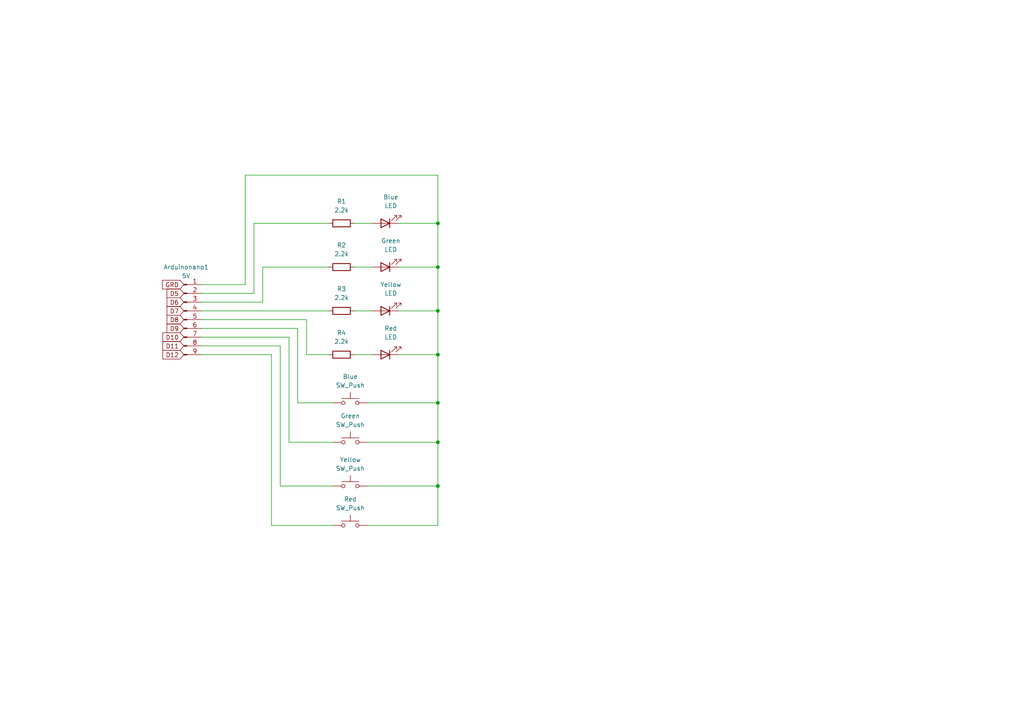
<source format=kicad_sch>
(kicad_sch (version 20211123) (generator eeschema)

  (uuid 845e560c-7f47-471b-9fb6-183ac6931478)

  (paper "A4")

  (lib_symbols
    (symbol "Connector:Conn_01x09_Male" (pin_names (offset 1.016) hide) (in_bom yes) (on_board yes)
      (property "Reference" "J" (id 0) (at 0 12.7 0)
        (effects (font (size 1.27 1.27)))
      )
      (property "Value" "Conn_01x09_Male" (id 1) (at 0 -12.7 0)
        (effects (font (size 1.27 1.27)))
      )
      (property "Footprint" "" (id 2) (at 0 0 0)
        (effects (font (size 1.27 1.27)) hide)
      )
      (property "Datasheet" "~" (id 3) (at 0 0 0)
        (effects (font (size 1.27 1.27)) hide)
      )
      (property "ki_keywords" "connector" (id 4) (at 0 0 0)
        (effects (font (size 1.27 1.27)) hide)
      )
      (property "ki_description" "Generic connector, single row, 01x09, script generated (kicad-library-utils/schlib/autogen/connector/)" (id 5) (at 0 0 0)
        (effects (font (size 1.27 1.27)) hide)
      )
      (property "ki_fp_filters" "Connector*:*_1x??_*" (id 6) (at 0 0 0)
        (effects (font (size 1.27 1.27)) hide)
      )
      (symbol "Conn_01x09_Male_1_1"
        (polyline
          (pts
            (xy 1.27 -10.16)
            (xy 0.8636 -10.16)
          )
          (stroke (width 0.1524) (type default) (color 0 0 0 0))
          (fill (type none))
        )
        (polyline
          (pts
            (xy 1.27 -7.62)
            (xy 0.8636 -7.62)
          )
          (stroke (width 0.1524) (type default) (color 0 0 0 0))
          (fill (type none))
        )
        (polyline
          (pts
            (xy 1.27 -5.08)
            (xy 0.8636 -5.08)
          )
          (stroke (width 0.1524) (type default) (color 0 0 0 0))
          (fill (type none))
        )
        (polyline
          (pts
            (xy 1.27 -2.54)
            (xy 0.8636 -2.54)
          )
          (stroke (width 0.1524) (type default) (color 0 0 0 0))
          (fill (type none))
        )
        (polyline
          (pts
            (xy 1.27 0)
            (xy 0.8636 0)
          )
          (stroke (width 0.1524) (type default) (color 0 0 0 0))
          (fill (type none))
        )
        (polyline
          (pts
            (xy 1.27 2.54)
            (xy 0.8636 2.54)
          )
          (stroke (width 0.1524) (type default) (color 0 0 0 0))
          (fill (type none))
        )
        (polyline
          (pts
            (xy 1.27 5.08)
            (xy 0.8636 5.08)
          )
          (stroke (width 0.1524) (type default) (color 0 0 0 0))
          (fill (type none))
        )
        (polyline
          (pts
            (xy 1.27 7.62)
            (xy 0.8636 7.62)
          )
          (stroke (width 0.1524) (type default) (color 0 0 0 0))
          (fill (type none))
        )
        (polyline
          (pts
            (xy 1.27 10.16)
            (xy 0.8636 10.16)
          )
          (stroke (width 0.1524) (type default) (color 0 0 0 0))
          (fill (type none))
        )
        (rectangle (start 0.8636 -10.033) (end 0 -10.287)
          (stroke (width 0.1524) (type default) (color 0 0 0 0))
          (fill (type outline))
        )
        (rectangle (start 0.8636 -7.493) (end 0 -7.747)
          (stroke (width 0.1524) (type default) (color 0 0 0 0))
          (fill (type outline))
        )
        (rectangle (start 0.8636 -4.953) (end 0 -5.207)
          (stroke (width 0.1524) (type default) (color 0 0 0 0))
          (fill (type outline))
        )
        (rectangle (start 0.8636 -2.413) (end 0 -2.667)
          (stroke (width 0.1524) (type default) (color 0 0 0 0))
          (fill (type outline))
        )
        (rectangle (start 0.8636 0.127) (end 0 -0.127)
          (stroke (width 0.1524) (type default) (color 0 0 0 0))
          (fill (type outline))
        )
        (rectangle (start 0.8636 2.667) (end 0 2.413)
          (stroke (width 0.1524) (type default) (color 0 0 0 0))
          (fill (type outline))
        )
        (rectangle (start 0.8636 5.207) (end 0 4.953)
          (stroke (width 0.1524) (type default) (color 0 0 0 0))
          (fill (type outline))
        )
        (rectangle (start 0.8636 7.747) (end 0 7.493)
          (stroke (width 0.1524) (type default) (color 0 0 0 0))
          (fill (type outline))
        )
        (rectangle (start 0.8636 10.287) (end 0 10.033)
          (stroke (width 0.1524) (type default) (color 0 0 0 0))
          (fill (type outline))
        )
        (pin passive line (at 5.08 10.16 180) (length 3.81)
          (name "Pin_1" (effects (font (size 1.27 1.27))))
          (number "1" (effects (font (size 1.27 1.27))))
        )
        (pin passive line (at 5.08 7.62 180) (length 3.81)
          (name "Pin_2" (effects (font (size 1.27 1.27))))
          (number "2" (effects (font (size 1.27 1.27))))
        )
        (pin passive line (at 5.08 5.08 180) (length 3.81)
          (name "Pin_3" (effects (font (size 1.27 1.27))))
          (number "3" (effects (font (size 1.27 1.27))))
        )
        (pin passive line (at 5.08 2.54 180) (length 3.81)
          (name "Pin_4" (effects (font (size 1.27 1.27))))
          (number "4" (effects (font (size 1.27 1.27))))
        )
        (pin passive line (at 5.08 0 180) (length 3.81)
          (name "Pin_5" (effects (font (size 1.27 1.27))))
          (number "5" (effects (font (size 1.27 1.27))))
        )
        (pin passive line (at 5.08 -2.54 180) (length 3.81)
          (name "Pin_6" (effects (font (size 1.27 1.27))))
          (number "6" (effects (font (size 1.27 1.27))))
        )
        (pin passive line (at 5.08 -5.08 180) (length 3.81)
          (name "Pin_7" (effects (font (size 1.27 1.27))))
          (number "7" (effects (font (size 1.27 1.27))))
        )
        (pin passive line (at 5.08 -7.62 180) (length 3.81)
          (name "Pin_8" (effects (font (size 1.27 1.27))))
          (number "8" (effects (font (size 1.27 1.27))))
        )
        (pin passive line (at 5.08 -10.16 180) (length 3.81)
          (name "Pin_9" (effects (font (size 1.27 1.27))))
          (number "9" (effects (font (size 1.27 1.27))))
        )
      )
    )
    (symbol "Device:LED" (pin_numbers hide) (pin_names (offset 1.016) hide) (in_bom yes) (on_board yes)
      (property "Reference" "D" (id 0) (at 0 2.54 0)
        (effects (font (size 1.27 1.27)))
      )
      (property "Value" "LED" (id 1) (at 0 -2.54 0)
        (effects (font (size 1.27 1.27)))
      )
      (property "Footprint" "" (id 2) (at 0 0 0)
        (effects (font (size 1.27 1.27)) hide)
      )
      (property "Datasheet" "~" (id 3) (at 0 0 0)
        (effects (font (size 1.27 1.27)) hide)
      )
      (property "ki_keywords" "LED diode" (id 4) (at 0 0 0)
        (effects (font (size 1.27 1.27)) hide)
      )
      (property "ki_description" "Light emitting diode" (id 5) (at 0 0 0)
        (effects (font (size 1.27 1.27)) hide)
      )
      (property "ki_fp_filters" "LED* LED_SMD:* LED_THT:*" (id 6) (at 0 0 0)
        (effects (font (size 1.27 1.27)) hide)
      )
      (symbol "LED_0_1"
        (polyline
          (pts
            (xy -1.27 -1.27)
            (xy -1.27 1.27)
          )
          (stroke (width 0.254) (type default) (color 0 0 0 0))
          (fill (type none))
        )
        (polyline
          (pts
            (xy -1.27 0)
            (xy 1.27 0)
          )
          (stroke (width 0) (type default) (color 0 0 0 0))
          (fill (type none))
        )
        (polyline
          (pts
            (xy 1.27 -1.27)
            (xy 1.27 1.27)
            (xy -1.27 0)
            (xy 1.27 -1.27)
          )
          (stroke (width 0.254) (type default) (color 0 0 0 0))
          (fill (type none))
        )
        (polyline
          (pts
            (xy -3.048 -0.762)
            (xy -4.572 -2.286)
            (xy -3.81 -2.286)
            (xy -4.572 -2.286)
            (xy -4.572 -1.524)
          )
          (stroke (width 0) (type default) (color 0 0 0 0))
          (fill (type none))
        )
        (polyline
          (pts
            (xy -1.778 -0.762)
            (xy -3.302 -2.286)
            (xy -2.54 -2.286)
            (xy -3.302 -2.286)
            (xy -3.302 -1.524)
          )
          (stroke (width 0) (type default) (color 0 0 0 0))
          (fill (type none))
        )
      )
      (symbol "LED_1_1"
        (pin passive line (at -3.81 0 0) (length 2.54)
          (name "K" (effects (font (size 1.27 1.27))))
          (number "1" (effects (font (size 1.27 1.27))))
        )
        (pin passive line (at 3.81 0 180) (length 2.54)
          (name "A" (effects (font (size 1.27 1.27))))
          (number "2" (effects (font (size 1.27 1.27))))
        )
      )
    )
    (symbol "Device:R" (pin_numbers hide) (pin_names (offset 0)) (in_bom yes) (on_board yes)
      (property "Reference" "R" (id 0) (at 2.032 0 90)
        (effects (font (size 1.27 1.27)))
      )
      (property "Value" "R" (id 1) (at 0 0 90)
        (effects (font (size 1.27 1.27)))
      )
      (property "Footprint" "" (id 2) (at -1.778 0 90)
        (effects (font (size 1.27 1.27)) hide)
      )
      (property "Datasheet" "~" (id 3) (at 0 0 0)
        (effects (font (size 1.27 1.27)) hide)
      )
      (property "ki_keywords" "R res resistor" (id 4) (at 0 0 0)
        (effects (font (size 1.27 1.27)) hide)
      )
      (property "ki_description" "Resistor" (id 5) (at 0 0 0)
        (effects (font (size 1.27 1.27)) hide)
      )
      (property "ki_fp_filters" "R_*" (id 6) (at 0 0 0)
        (effects (font (size 1.27 1.27)) hide)
      )
      (symbol "R_0_1"
        (rectangle (start -1.016 -2.54) (end 1.016 2.54)
          (stroke (width 0.254) (type default) (color 0 0 0 0))
          (fill (type none))
        )
      )
      (symbol "R_1_1"
        (pin passive line (at 0 3.81 270) (length 1.27)
          (name "~" (effects (font (size 1.27 1.27))))
          (number "1" (effects (font (size 1.27 1.27))))
        )
        (pin passive line (at 0 -3.81 90) (length 1.27)
          (name "~" (effects (font (size 1.27 1.27))))
          (number "2" (effects (font (size 1.27 1.27))))
        )
      )
    )
    (symbol "Switch:SW_Push" (pin_numbers hide) (pin_names (offset 1.016) hide) (in_bom yes) (on_board yes)
      (property "Reference" "SW" (id 0) (at 1.27 2.54 0)
        (effects (font (size 1.27 1.27)) (justify left))
      )
      (property "Value" "SW_Push" (id 1) (at 0 -1.524 0)
        (effects (font (size 1.27 1.27)))
      )
      (property "Footprint" "" (id 2) (at 0 5.08 0)
        (effects (font (size 1.27 1.27)) hide)
      )
      (property "Datasheet" "~" (id 3) (at 0 5.08 0)
        (effects (font (size 1.27 1.27)) hide)
      )
      (property "ki_keywords" "switch normally-open pushbutton push-button" (id 4) (at 0 0 0)
        (effects (font (size 1.27 1.27)) hide)
      )
      (property "ki_description" "Push button switch, generic, two pins" (id 5) (at 0 0 0)
        (effects (font (size 1.27 1.27)) hide)
      )
      (symbol "SW_Push_0_1"
        (circle (center -2.032 0) (radius 0.508)
          (stroke (width 0) (type default) (color 0 0 0 0))
          (fill (type none))
        )
        (polyline
          (pts
            (xy 0 1.27)
            (xy 0 3.048)
          )
          (stroke (width 0) (type default) (color 0 0 0 0))
          (fill (type none))
        )
        (polyline
          (pts
            (xy 2.54 1.27)
            (xy -2.54 1.27)
          )
          (stroke (width 0) (type default) (color 0 0 0 0))
          (fill (type none))
        )
        (circle (center 2.032 0) (radius 0.508)
          (stroke (width 0) (type default) (color 0 0 0 0))
          (fill (type none))
        )
        (pin passive line (at -5.08 0 0) (length 2.54)
          (name "1" (effects (font (size 1.27 1.27))))
          (number "1" (effects (font (size 1.27 1.27))))
        )
        (pin passive line (at 5.08 0 180) (length 2.54)
          (name "2" (effects (font (size 1.27 1.27))))
          (number "2" (effects (font (size 1.27 1.27))))
        )
      )
    )
  )

  (junction (at 127 140.97) (diameter 0) (color 0 0 0 0)
    (uuid 183cd685-c31e-4f16-8b63-23ca907186e9)
  )
  (junction (at 127 64.77) (diameter 0) (color 0 0 0 0)
    (uuid 1ab7c7ce-f8e4-4418-8607-6397fe47f36b)
  )
  (junction (at 127 90.17) (diameter 0) (color 0 0 0 0)
    (uuid 5d5acffd-bfd1-42d1-879e-5cc5fa1b3d64)
  )
  (junction (at 127 102.87) (diameter 0) (color 0 0 0 0)
    (uuid 89de4896-8b10-4246-bfdc-ceaeb1fe6100)
  )
  (junction (at 127 77.47) (diameter 0) (color 0 0 0 0)
    (uuid c99067d9-5769-4ff6-b8b8-2e7470984f6c)
  )
  (junction (at 127 128.27) (diameter 0) (color 0 0 0 0)
    (uuid cc5bb565-42f8-4e40-adc3-30757e21d8cd)
  )
  (junction (at 127 116.84) (diameter 0) (color 0 0 0 0)
    (uuid d6cc2159-7c49-4e30-8e6c-7747f3900643)
  )

  (wire (pts (xy 106.68 116.84) (xy 127 116.84))
    (stroke (width 0) (type default) (color 0 0 0 0))
    (uuid 01fd6af6-72d5-4479-9ec9-b03649e77256)
  )
  (wire (pts (xy 127 64.77) (xy 127 77.47))
    (stroke (width 0) (type default) (color 0 0 0 0))
    (uuid 0225a25c-3b44-4819-a4ef-9cea0c2b6d74)
  )
  (wire (pts (xy 58.42 90.17) (xy 95.25 90.17))
    (stroke (width 0) (type default) (color 0 0 0 0))
    (uuid 05e3d44a-859b-4ef3-a0e7-83dce928a12c)
  )
  (wire (pts (xy 106.68 128.27) (xy 127 128.27))
    (stroke (width 0) (type default) (color 0 0 0 0))
    (uuid 0f4639e7-48f3-4f97-a604-cab9efc948d9)
  )
  (wire (pts (xy 102.87 77.47) (xy 107.95 77.47))
    (stroke (width 0) (type default) (color 0 0 0 0))
    (uuid 1191803e-b129-4301-8e4c-e3416b8fc6c8)
  )
  (wire (pts (xy 58.42 102.87) (xy 78.74 102.87))
    (stroke (width 0) (type default) (color 0 0 0 0))
    (uuid 18b36d34-e045-495b-90df-371298209725)
  )
  (wire (pts (xy 83.82 128.27) (xy 96.52 128.27))
    (stroke (width 0) (type default) (color 0 0 0 0))
    (uuid 1d6f6e70-c96e-4f91-8851-a5e55de35d90)
  )
  (wire (pts (xy 102.87 90.17) (xy 107.95 90.17))
    (stroke (width 0) (type default) (color 0 0 0 0))
    (uuid 1d845de1-1848-49d8-a299-dcfad8e0b29f)
  )
  (wire (pts (xy 78.74 152.4) (xy 96.52 152.4))
    (stroke (width 0) (type default) (color 0 0 0 0))
    (uuid 215363b3-dd9b-4bb3-9791-dbfcaac8e37d)
  )
  (wire (pts (xy 102.87 102.87) (xy 107.95 102.87))
    (stroke (width 0) (type default) (color 0 0 0 0))
    (uuid 219c6d82-622c-4887-b258-8a1abe44bdfe)
  )
  (wire (pts (xy 76.2 87.63) (xy 76.2 77.47))
    (stroke (width 0) (type default) (color 0 0 0 0))
    (uuid 258a0f36-3b4f-4818-bf99-71177abb5f17)
  )
  (wire (pts (xy 115.57 64.77) (xy 127 64.77))
    (stroke (width 0) (type default) (color 0 0 0 0))
    (uuid 2be93f3b-c288-4b39-aaf1-37ccf2d4a6ea)
  )
  (wire (pts (xy 76.2 77.47) (xy 95.25 77.47))
    (stroke (width 0) (type default) (color 0 0 0 0))
    (uuid 2c9f6f98-3145-4218-8618-55e620d79371)
  )
  (wire (pts (xy 115.57 102.87) (xy 127 102.87))
    (stroke (width 0) (type default) (color 0 0 0 0))
    (uuid 34bef736-3335-4c18-9069-89fe3c4d711f)
  )
  (wire (pts (xy 127 90.17) (xy 127 102.87))
    (stroke (width 0) (type default) (color 0 0 0 0))
    (uuid 3721919d-b9bf-4a0e-b47b-8d000f31500f)
  )
  (wire (pts (xy 115.57 77.47) (xy 127 77.47))
    (stroke (width 0) (type default) (color 0 0 0 0))
    (uuid 48ef0e13-87f4-4504-bd5a-038d0751a80c)
  )
  (wire (pts (xy 86.36 95.25) (xy 86.36 116.84))
    (stroke (width 0) (type default) (color 0 0 0 0))
    (uuid 53fcafbf-2141-468b-87e7-348ca14e9905)
  )
  (wire (pts (xy 88.9 102.87) (xy 95.25 102.87))
    (stroke (width 0) (type default) (color 0 0 0 0))
    (uuid 54711316-f238-4abc-8105-bbca9cdcd8bf)
  )
  (wire (pts (xy 71.12 82.55) (xy 58.42 82.55))
    (stroke (width 0) (type default) (color 0 0 0 0))
    (uuid 5e1b417d-d7f0-4d99-ab68-dae803fd7919)
  )
  (wire (pts (xy 115.57 90.17) (xy 127 90.17))
    (stroke (width 0) (type default) (color 0 0 0 0))
    (uuid 67274a22-1475-4a98-92a8-e7326cffe648)
  )
  (wire (pts (xy 58.42 85.09) (xy 73.66 85.09))
    (stroke (width 0) (type default) (color 0 0 0 0))
    (uuid 6928165a-254f-4f8c-b4c3-28cecf0c1a9f)
  )
  (wire (pts (xy 127 50.8) (xy 127 64.77))
    (stroke (width 0) (type default) (color 0 0 0 0))
    (uuid 6e2c1655-5231-4074-a8f2-abf18290751f)
  )
  (wire (pts (xy 127 116.84) (xy 127 128.27))
    (stroke (width 0) (type default) (color 0 0 0 0))
    (uuid 711eec9d-d209-4fd1-8de2-e5cba1d77d8f)
  )
  (wire (pts (xy 102.87 64.77) (xy 107.95 64.77))
    (stroke (width 0) (type default) (color 0 0 0 0))
    (uuid 77bc6a8f-aa8e-4c7f-9b4d-0989ea366081)
  )
  (wire (pts (xy 81.28 100.33) (xy 81.28 140.97))
    (stroke (width 0) (type default) (color 0 0 0 0))
    (uuid 833d9bc1-e081-4886-ae3a-7468c82ca963)
  )
  (wire (pts (xy 58.42 87.63) (xy 76.2 87.63))
    (stroke (width 0) (type default) (color 0 0 0 0))
    (uuid 83a7fcea-452c-4474-b14a-85e3f11fe8b0)
  )
  (wire (pts (xy 78.74 102.87) (xy 78.74 152.4))
    (stroke (width 0) (type default) (color 0 0 0 0))
    (uuid 84ce03cf-93ed-49e8-8b76-123de9b6f65c)
  )
  (wire (pts (xy 71.12 50.8) (xy 71.12 82.55))
    (stroke (width 0) (type default) (color 0 0 0 0))
    (uuid 8576ed18-ba5d-4b7a-a096-eb95bb1b30b0)
  )
  (wire (pts (xy 127 128.27) (xy 127 140.97))
    (stroke (width 0) (type default) (color 0 0 0 0))
    (uuid 91a77c15-8222-45e4-b792-8ef1bdf395c5)
  )
  (wire (pts (xy 106.68 140.97) (xy 127 140.97))
    (stroke (width 0) (type default) (color 0 0 0 0))
    (uuid 93f832ab-01f2-44e3-9764-4fe4846e41d4)
  )
  (wire (pts (xy 58.42 95.25) (xy 86.36 95.25))
    (stroke (width 0) (type default) (color 0 0 0 0))
    (uuid 9409fb5a-2a5d-4538-9271-c9815a4c2178)
  )
  (wire (pts (xy 127 140.97) (xy 127 152.4))
    (stroke (width 0) (type default) (color 0 0 0 0))
    (uuid 95d5e226-4203-4ce0-a2b7-f67e4b47b9f1)
  )
  (wire (pts (xy 127 152.4) (xy 106.68 152.4))
    (stroke (width 0) (type default) (color 0 0 0 0))
    (uuid a11d0ec1-5573-4221-a17f-2603c51d9195)
  )
  (wire (pts (xy 127 102.87) (xy 127 116.84))
    (stroke (width 0) (type default) (color 0 0 0 0))
    (uuid a371e341-0fdc-4927-85ce-9ac63e67c825)
  )
  (wire (pts (xy 127 77.47) (xy 127 90.17))
    (stroke (width 0) (type default) (color 0 0 0 0))
    (uuid ae7099d4-8800-462e-8713-c566425b7740)
  )
  (wire (pts (xy 83.82 97.79) (xy 83.82 128.27))
    (stroke (width 0) (type default) (color 0 0 0 0))
    (uuid b1b8874d-233b-4064-848e-afa42782d972)
  )
  (wire (pts (xy 71.12 50.8) (xy 127 50.8))
    (stroke (width 0) (type default) (color 0 0 0 0))
    (uuid b2239002-e75e-4eb0-87ee-f82a49b01908)
  )
  (wire (pts (xy 73.66 64.77) (xy 95.25 64.77))
    (stroke (width 0) (type default) (color 0 0 0 0))
    (uuid b6a8853c-f537-497a-ae09-9e052fbfc44d)
  )
  (wire (pts (xy 58.42 97.79) (xy 83.82 97.79))
    (stroke (width 0) (type default) (color 0 0 0 0))
    (uuid b8bbdaf6-928b-4d62-9098-6a89e96d9756)
  )
  (wire (pts (xy 58.42 92.71) (xy 88.9 92.71))
    (stroke (width 0) (type default) (color 0 0 0 0))
    (uuid ba3bc5e3-4533-478c-87a1-e4e647e4c5a1)
  )
  (wire (pts (xy 81.28 140.97) (xy 96.52 140.97))
    (stroke (width 0) (type default) (color 0 0 0 0))
    (uuid c8ac2363-8705-407e-b9e8-968cd3b99b82)
  )
  (wire (pts (xy 58.42 100.33) (xy 81.28 100.33))
    (stroke (width 0) (type default) (color 0 0 0 0))
    (uuid e5bc4051-773f-4647-9209-dd3e23f8fdc7)
  )
  (wire (pts (xy 86.36 116.84) (xy 96.52 116.84))
    (stroke (width 0) (type default) (color 0 0 0 0))
    (uuid f2d6cadf-2da6-4220-9896-9467a17d1bd6)
  )
  (wire (pts (xy 88.9 92.71) (xy 88.9 102.87))
    (stroke (width 0) (type default) (color 0 0 0 0))
    (uuid ff90c5ec-90cb-4372-b529-5e1d410415a7)
  )
  (wire (pts (xy 73.66 85.09) (xy 73.66 64.77))
    (stroke (width 0) (type default) (color 0 0 0 0))
    (uuid ffd4eeb6-cc6e-4d6a-9227-85908f8c5f34)
  )

  (global_label "D10" (shape input) (at 53.34 97.79 180) (fields_autoplaced)
    (effects (font (size 1.27 1.27)) (justify right))
    (uuid 1df5236a-c2f1-4876-b986-3c3763d8cc55)
    (property "Intersheet References" "${INTERSHEET_REFS}" (id 0) (at 47.2379 97.7106 0)
      (effects (font (size 1.27 1.27)) (justify right) hide)
    )
  )
  (global_label "GRD" (shape input) (at 53.34 82.55 180) (fields_autoplaced)
    (effects (font (size 1.27 1.27)) (justify right))
    (uuid 2fccde2f-0fd4-4c41-ad35-0523fc0e14b3)
    (property "Intersheet References" "${INTERSHEET_REFS}" (id 0) (at 47.1169 82.4706 0)
      (effects (font (size 1.27 1.27)) (justify right) hide)
    )
  )
  (global_label "D9" (shape input) (at 53.34 95.25 180) (fields_autoplaced)
    (effects (font (size 1.27 1.27)) (justify right))
    (uuid 4b349192-8a68-4a9c-892a-1bcf357f3cc4)
    (property "Intersheet References" "${INTERSHEET_REFS}" (id 0) (at 48.4474 95.1706 0)
      (effects (font (size 1.27 1.27)) (justify right) hide)
    )
  )
  (global_label "D8" (shape input) (at 53.34 92.71 180) (fields_autoplaced)
    (effects (font (size 1.27 1.27)) (justify right))
    (uuid b889bbc4-c71f-4039-a4bd-c251c411c0c6)
    (property "Intersheet References" "${INTERSHEET_REFS}" (id 0) (at 48.4474 92.6306 0)
      (effects (font (size 1.27 1.27)) (justify right) hide)
    )
  )
  (global_label "D11" (shape input) (at 53.34 100.33 180) (fields_autoplaced)
    (effects (font (size 1.27 1.27)) (justify right))
    (uuid cd73fad4-7fd3-4eaa-8a13-ae6a5d0bf782)
    (property "Intersheet References" "${INTERSHEET_REFS}" (id 0) (at 47.2379 100.2506 0)
      (effects (font (size 1.27 1.27)) (justify right) hide)
    )
  )
  (global_label "D7" (shape input) (at 53.34 90.17 180) (fields_autoplaced)
    (effects (font (size 1.27 1.27)) (justify right))
    (uuid e4d64499-cad2-462e-ab39-f9bf91660efc)
    (property "Intersheet References" "${INTERSHEET_REFS}" (id 0) (at 48.4474 90.0906 0)
      (effects (font (size 1.27 1.27)) (justify right) hide)
    )
  )
  (global_label "D6" (shape input) (at 53.34 87.63 180) (fields_autoplaced)
    (effects (font (size 1.27 1.27)) (justify right))
    (uuid ea9aa98f-26fb-40af-8d05-75dfa9f2930c)
    (property "Intersheet References" "${INTERSHEET_REFS}" (id 0) (at 48.4474 87.5506 0)
      (effects (font (size 1.27 1.27)) (justify right) hide)
    )
  )
  (global_label "D5" (shape input) (at 53.34 85.09 180) (fields_autoplaced)
    (effects (font (size 1.27 1.27)) (justify right))
    (uuid f365f1c0-bd27-42ee-822f-f393ddc0e8f0)
    (property "Intersheet References" "${INTERSHEET_REFS}" (id 0) (at 48.4474 85.0106 0)
      (effects (font (size 1.27 1.27)) (justify right) hide)
    )
  )
  (global_label "D12" (shape input) (at 53.34 102.87 180) (fields_autoplaced)
    (effects (font (size 1.27 1.27)) (justify right))
    (uuid f4ba8f52-d5b8-4638-a1ba-c14b6764db91)
    (property "Intersheet References" "${INTERSHEET_REFS}" (id 0) (at 47.2379 102.7906 0)
      (effects (font (size 1.27 1.27)) (justify right) hide)
    )
  )

  (symbol (lib_id "Device:LED") (at 111.76 64.77 180) (unit 1)
    (in_bom yes) (on_board yes) (fields_autoplaced)
    (uuid 11ad6d4f-cc58-4e92-a2f0-b2bd05fc0cc1)
    (property "Reference" "Blue" (id 0) (at 113.3475 57.15 0))
    (property "Value" "LED" (id 1) (at 113.3475 59.69 0))
    (property "Footprint" "" (id 2) (at 111.76 64.77 0)
      (effects (font (size 1.27 1.27)) hide)
    )
    (property "Datasheet" "~" (id 3) (at 111.76 64.77 0)
      (effects (font (size 1.27 1.27)) hide)
    )
    (pin "1" (uuid 7aa70d35-ee5c-4fbf-a4b4-9bc930fc850d))
    (pin "2" (uuid 32ce15d6-b13a-4ffa-bb6d-5c731583ec77))
  )

  (symbol (lib_id "Connector:Conn_01x09_Male") (at 53.34 92.71 0) (unit 1)
    (in_bom yes) (on_board yes) (fields_autoplaced)
    (uuid 2de1bd6d-13be-4da9-84b6-ce1b93493d28)
    (property "Reference" "Arduinonano1" (id 0) (at 53.975 77.47 0))
    (property "Value" "5V" (id 1) (at 53.975 80.01 0))
    (property "Footprint" "" (id 2) (at 53.34 92.71 0)
      (effects (font (size 1.27 1.27)) hide)
    )
    (property "Datasheet" "~" (id 3) (at 53.34 92.71 0)
      (effects (font (size 1.27 1.27)) hide)
    )
    (pin "1" (uuid 7f0aa54e-54ce-443d-b72a-e5a7c4801080))
    (pin "2" (uuid 90e4d036-73c5-4eb4-a578-1010435aa56a))
    (pin "3" (uuid 1a489867-3ba7-4116-a6ed-fe25823ba872))
    (pin "4" (uuid b3f25e39-afef-4c13-b3ed-8632e58e2d99))
    (pin "5" (uuid a9d49508-b511-4d7c-865c-aff24fe04ff4))
    (pin "6" (uuid 1a24a12f-edc6-4217-b31d-af4eb5c2915c))
    (pin "7" (uuid 6cf22bb4-d31b-4611-8cab-111f85444cb6))
    (pin "8" (uuid fa7675e6-f970-439c-b4d1-99c20279adb5))
    (pin "9" (uuid 21692f02-8969-4357-b69c-cf661091b947))
  )

  (symbol (lib_id "Device:LED") (at 111.76 90.17 180) (unit 1)
    (in_bom yes) (on_board yes) (fields_autoplaced)
    (uuid 4201b520-fde3-4a9e-9cfe-df9bba3e980b)
    (property "Reference" "Yellow" (id 0) (at 113.3475 82.55 0))
    (property "Value" "LED" (id 1) (at 113.3475 85.09 0))
    (property "Footprint" "" (id 2) (at 111.76 90.17 0)
      (effects (font (size 1.27 1.27)) hide)
    )
    (property "Datasheet" "~" (id 3) (at 111.76 90.17 0)
      (effects (font (size 1.27 1.27)) hide)
    )
    (pin "1" (uuid ef314022-3b80-4ad8-89d8-b1873913a01b))
    (pin "2" (uuid 279da2ce-71b3-45ab-bf82-b60dcca86f74))
  )

  (symbol (lib_id "Device:R") (at 99.06 102.87 90) (unit 1)
    (in_bom yes) (on_board yes) (fields_autoplaced)
    (uuid 7d57d4a6-d054-4beb-941a-baf3a50c6054)
    (property "Reference" "R4" (id 0) (at 99.06 96.52 90))
    (property "Value" "2.2k" (id 1) (at 99.06 99.06 90))
    (property "Footprint" "" (id 2) (at 99.06 104.648 90)
      (effects (font (size 1.27 1.27)) hide)
    )
    (property "Datasheet" "~" (id 3) (at 99.06 102.87 0)
      (effects (font (size 1.27 1.27)) hide)
    )
    (pin "1" (uuid 40c71946-80a5-45ed-8286-26b6c216c635))
    (pin "2" (uuid 1bb04060-09d0-44ba-bfb3-9e87437981e4))
  )

  (symbol (lib_id "Switch:SW_Push") (at 101.6 128.27 0) (unit 1)
    (in_bom yes) (on_board yes) (fields_autoplaced)
    (uuid 89cd8a7c-011f-4a4f-879b-d71fc048e3f4)
    (property "Reference" "Green" (id 0) (at 101.6 120.65 0))
    (property "Value" "SW_Push" (id 1) (at 101.6 123.19 0))
    (property "Footprint" "" (id 2) (at 101.6 123.19 0)
      (effects (font (size 1.27 1.27)) hide)
    )
    (property "Datasheet" "~" (id 3) (at 101.6 123.19 0)
      (effects (font (size 1.27 1.27)) hide)
    )
    (pin "1" (uuid 67f04967-7cea-4f9c-a316-807348f837a9))
    (pin "2" (uuid 804a577f-c6b2-40de-b1df-e4965e00f025))
  )

  (symbol (lib_id "Switch:SW_Push") (at 101.6 116.84 0) (unit 1)
    (in_bom yes) (on_board yes) (fields_autoplaced)
    (uuid 9f48177b-c08c-45cc-8daa-cecd886794cf)
    (property "Reference" "Blue" (id 0) (at 101.6 109.22 0))
    (property "Value" "SW_Push" (id 1) (at 101.6 111.76 0))
    (property "Footprint" "" (id 2) (at 101.6 111.76 0)
      (effects (font (size 1.27 1.27)) hide)
    )
    (property "Datasheet" "~" (id 3) (at 101.6 111.76 0)
      (effects (font (size 1.27 1.27)) hide)
    )
    (pin "1" (uuid 0870ebca-52ca-4dfe-ac85-a914e2b63ca2))
    (pin "2" (uuid 0fb7cdcf-6224-4d0e-a36c-80f5e2f03532))
  )

  (symbol (lib_id "Device:LED") (at 111.76 102.87 180) (unit 1)
    (in_bom yes) (on_board yes) (fields_autoplaced)
    (uuid b7ffa1f3-e783-4931-bfc1-26a4674dbfe3)
    (property "Reference" "Red" (id 0) (at 113.3475 95.25 0))
    (property "Value" "LED" (id 1) (at 113.3475 97.79 0))
    (property "Footprint" "" (id 2) (at 111.76 102.87 0)
      (effects (font (size 1.27 1.27)) hide)
    )
    (property "Datasheet" "~" (id 3) (at 111.76 102.87 0)
      (effects (font (size 1.27 1.27)) hide)
    )
    (pin "1" (uuid 7fb00453-0bbe-4fee-8b29-9382ef82d81c))
    (pin "2" (uuid ff6c4eaa-a73b-4407-b4f5-426194e5f16c))
  )

  (symbol (lib_id "Device:R") (at 99.06 90.17 90) (unit 1)
    (in_bom yes) (on_board yes) (fields_autoplaced)
    (uuid c2e722a5-35b8-4564-bb0c-84004798b77d)
    (property "Reference" "R3" (id 0) (at 99.06 83.82 90))
    (property "Value" "2.2k" (id 1) (at 99.06 86.36 90))
    (property "Footprint" "" (id 2) (at 99.06 91.948 90)
      (effects (font (size 1.27 1.27)) hide)
    )
    (property "Datasheet" "~" (id 3) (at 99.06 90.17 0)
      (effects (font (size 1.27 1.27)) hide)
    )
    (pin "1" (uuid b8720c84-9f2d-4248-ae21-a404aafe2254))
    (pin "2" (uuid f7895489-9aaf-45cd-b77a-7651cb38394e))
  )

  (symbol (lib_id "Device:LED") (at 111.76 77.47 180) (unit 1)
    (in_bom yes) (on_board yes) (fields_autoplaced)
    (uuid c9ea4a00-235c-4dbb-a4a7-040330ffab6e)
    (property "Reference" "Green" (id 0) (at 113.3475 69.85 0))
    (property "Value" "LED" (id 1) (at 113.3475 72.39 0))
    (property "Footprint" "" (id 2) (at 111.76 77.47 0)
      (effects (font (size 1.27 1.27)) hide)
    )
    (property "Datasheet" "~" (id 3) (at 111.76 77.47 0)
      (effects (font (size 1.27 1.27)) hide)
    )
    (pin "1" (uuid 2bb29587-7697-46b2-b7a8-115c904e4f7a))
    (pin "2" (uuid 0b32d1e2-8b36-429f-a5a2-66835fbd3c6e))
  )

  (symbol (lib_id "Device:R") (at 99.06 77.47 90) (unit 1)
    (in_bom yes) (on_board yes) (fields_autoplaced)
    (uuid d7614c97-0b74-4682-ba20-7f942d2367dc)
    (property "Reference" "R2" (id 0) (at 99.06 71.12 90))
    (property "Value" "2.2k" (id 1) (at 99.06 73.66 90))
    (property "Footprint" "" (id 2) (at 99.06 79.248 90)
      (effects (font (size 1.27 1.27)) hide)
    )
    (property "Datasheet" "~" (id 3) (at 99.06 77.47 0)
      (effects (font (size 1.27 1.27)) hide)
    )
    (pin "1" (uuid 4f7d59b5-b04a-4035-8cc7-a7a932dbe1f5))
    (pin "2" (uuid 6093c6de-adab-4b1e-bbe7-4968f73c8869))
  )

  (symbol (lib_id "Switch:SW_Push") (at 101.6 140.97 0) (unit 1)
    (in_bom yes) (on_board yes) (fields_autoplaced)
    (uuid e4131175-e7c1-488b-85e2-172fce50cd61)
    (property "Reference" "Yellow" (id 0) (at 101.6 133.35 0))
    (property "Value" "SW_Push" (id 1) (at 101.6 135.89 0))
    (property "Footprint" "" (id 2) (at 101.6 135.89 0)
      (effects (font (size 1.27 1.27)) hide)
    )
    (property "Datasheet" "~" (id 3) (at 101.6 135.89 0)
      (effects (font (size 1.27 1.27)) hide)
    )
    (pin "1" (uuid b7331146-a8c9-4edb-b332-294afab3e800))
    (pin "2" (uuid 561157e9-a18b-4c15-8ec6-d1809bc022f4))
  )

  (symbol (lib_id "Switch:SW_Push") (at 101.6 152.4 0) (unit 1)
    (in_bom yes) (on_board yes) (fields_autoplaced)
    (uuid eea6cd41-2c9e-4fe0-b816-b19668758700)
    (property "Reference" "Red" (id 0) (at 101.6 144.78 0))
    (property "Value" "SW_Push" (id 1) (at 101.6 147.32 0))
    (property "Footprint" "" (id 2) (at 101.6 147.32 0)
      (effects (font (size 1.27 1.27)) hide)
    )
    (property "Datasheet" "~" (id 3) (at 101.6 147.32 0)
      (effects (font (size 1.27 1.27)) hide)
    )
    (pin "1" (uuid 56ef6d68-cfdc-4948-894f-c090b9b13a1d))
    (pin "2" (uuid 866be593-f137-4551-a31b-83ab9b367f94))
  )

  (symbol (lib_id "Device:R") (at 99.06 64.77 90) (unit 1)
    (in_bom yes) (on_board yes) (fields_autoplaced)
    (uuid f794dc10-a22e-4d47-8886-89da395dc4a4)
    (property "Reference" "R1" (id 0) (at 99.06 58.42 90))
    (property "Value" "2.2k" (id 1) (at 99.06 60.96 90))
    (property "Footprint" "" (id 2) (at 99.06 66.548 90)
      (effects (font (size 1.27 1.27)) hide)
    )
    (property "Datasheet" "~" (id 3) (at 99.06 64.77 0)
      (effects (font (size 1.27 1.27)) hide)
    )
    (pin "1" (uuid 3465191a-f119-494b-a15d-715c6ca90747))
    (pin "2" (uuid 37a92ed7-1466-411c-9f9c-a3029b2f3585))
  )

  (sheet_instances
    (path "/" (page "1"))
  )

  (symbol_instances
    (path "/2de1bd6d-13be-4da9-84b6-ce1b93493d28"
      (reference "Arduinonano1") (unit 1) (value "5V") (footprint "")
    )
    (path "/11ad6d4f-cc58-4e92-a2f0-b2bd05fc0cc1"
      (reference "Blue") (unit 1) (value "LED") (footprint "")
    )
    (path "/9f48177b-c08c-45cc-8daa-cecd886794cf"
      (reference "Blue") (unit 1) (value "SW_Push") (footprint "")
    )
    (path "/89cd8a7c-011f-4a4f-879b-d71fc048e3f4"
      (reference "Green") (unit 1) (value "SW_Push") (footprint "")
    )
    (path "/c9ea4a00-235c-4dbb-a4a7-040330ffab6e"
      (reference "Green") (unit 1) (value "LED") (footprint "")
    )
    (path "/f794dc10-a22e-4d47-8886-89da395dc4a4"
      (reference "R1") (unit 1) (value "2.2k") (footprint "")
    )
    (path "/d7614c97-0b74-4682-ba20-7f942d2367dc"
      (reference "R2") (unit 1) (value "2.2k") (footprint "")
    )
    (path "/c2e722a5-35b8-4564-bb0c-84004798b77d"
      (reference "R3") (unit 1) (value "2.2k") (footprint "")
    )
    (path "/7d57d4a6-d054-4beb-941a-baf3a50c6054"
      (reference "R4") (unit 1) (value "2.2k") (footprint "")
    )
    (path "/b7ffa1f3-e783-4931-bfc1-26a4674dbfe3"
      (reference "Red") (unit 1) (value "LED") (footprint "")
    )
    (path "/eea6cd41-2c9e-4fe0-b816-b19668758700"
      (reference "Red") (unit 1) (value "SW_Push") (footprint "")
    )
    (path "/4201b520-fde3-4a9e-9cfe-df9bba3e980b"
      (reference "Yellow") (unit 1) (value "LED") (footprint "")
    )
    (path "/e4131175-e7c1-488b-85e2-172fce50cd61"
      (reference "Yellow") (unit 1) (value "SW_Push") (footprint "")
    )
  )
)

</source>
